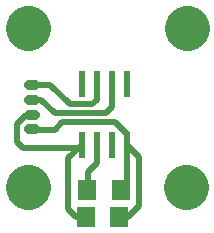
<source format=gtl>
G04 ( created by brdgerber.py ( brdgerber.py v0.1 2014-03-12 ) ) date 2020-09-23 13:36:40 EDT*
G04 Gerber Fmt 3.4, Leading zero omitted, Abs format*
%MOIN*%
%FSLAX34Y34*%
G01*
G70*
G90*
G04 APERTURE LIST*
%ADD19C,0.1500*%
%ADD17C,0.0320*%
%ADD12C,0.0000*%
%ADD15R,0.0629X0.0709*%
%ADD13C,0.0080*%
%ADD11R,0.0236X0.0866*%
%ADD14C,0.0050*%
%ADD10C,0.0200*%
%ADD16C,0.0060*%
%ADD18C,0.0031*%
G04 APERTURE END LIST*
G54D19*
D11*
X-31150Y11527D03*
D11*
X-31150Y13573D03*
D11*
X-31650Y11527D03*
D11*
X-30650Y11527D03*
D11*
X-30150Y11527D03*
D11*
X-31650Y13573D03*
D11*
X-30650Y13573D03*
D11*
X-30150Y13573D03*
D15*
X-30391Y09150D03*
D15*
X-31509Y09150D03*
D17*
G01X-33210Y12062D02*
G01X-33390Y12062D01*
D17*
G01X-33210Y12554D02*
G01X-33390Y12554D01*
D17*
G01X-33210Y13046D02*
G01X-33390Y13046D01*
D17*
G01X-33210Y13538D02*
G01X-33390Y13538D01*
D15*
X-30341Y10050D03*
D15*
X-31459Y10050D03*
D19*
G01X-33440Y15449D02*
G01X-33440Y15449D01*
D19*
G01X-33449Y10160D02*
G01X-33449Y10160D01*
D19*
G01X-28160Y10151D02*
G01X-28160Y10151D01*
D19*
G01X-28151Y15440D02*
G01X-28151Y15440D01*
D10*
G01X-32100Y11100D02*
G01X-31650Y11550D01*
D10*
G01X-32050Y12900D02*
G01X-32700Y13550D01*
D10*
G01X-32700Y13550D02*
G01X-33300Y13550D01*
D10*
G01X-31150Y13050D02*
G01X-31300Y12900D01*
D10*
G01X-31150Y13550D02*
G01X-31150Y13050D01*
D10*
G01X-31300Y12900D02*
G01X-32050Y12900D01*
D10*
G01X-33300Y12050D02*
G01X-32550Y12050D01*
D10*
G01X-32550Y12050D02*
G01X-32300Y12300D01*
D10*
G01X-32300Y12300D02*
G01X-30550Y12300D01*
D10*
G01X-30550Y12300D02*
G01X-30150Y11900D01*
D10*
G01X-30150Y11900D02*
G01X-30150Y11550D01*
D10*
G01X-33300Y12550D02*
G01X-33500Y12550D01*
D10*
G01X-33500Y12550D02*
G01X-33800Y12250D01*
D10*
G01X-33800Y12250D02*
G01X-33800Y11650D01*
D10*
G01X-33800Y11650D02*
G01X-33600Y11450D01*
D10*
G01X-33600Y11450D02*
G01X-31750Y11450D01*
D10*
G01X-31750Y11450D02*
G01X-31650Y11550D01*
D10*
G01X-33300Y13050D02*
G01X-33000Y13050D01*
D10*
G01X-33000Y13050D02*
G01X-32550Y12600D01*
D10*
G01X-32550Y12600D02*
G01X-30850Y12600D01*
D10*
G01X-30850Y12600D02*
G01X-30650Y12800D01*
D10*
G01X-30650Y12800D02*
G01X-30650Y13550D01*
D10*
G01X-31150Y11550D02*
G01X-31150Y10950D01*
D10*
G01X-31150Y10950D02*
G01X-31450Y10650D01*
D10*
G01X-31450Y10650D02*
G01X-31450Y10100D01*
D10*
G01X-30150Y11550D02*
G01X-30150Y10300D01*
D10*
G01X-30150Y10300D02*
G01X-30350Y10100D01*
D10*
G01X-30350Y09150D02*
G01X-30100Y09150D01*
D10*
G01X-30100Y09150D02*
G01X-29750Y09500D01*
D10*
G01X-29750Y09500D02*
G01X-29750Y11150D01*
D10*
G01X-29750Y11150D02*
G01X-30150Y11550D01*
D10*
G01X-31450Y09150D02*
G01X-31850Y09150D01*
D10*
G01X-31850Y09150D02*
G01X-32100Y09400D01*
D10*
G01X-32100Y09400D02*
G01X-32100Y11100D01*
M02*

</source>
